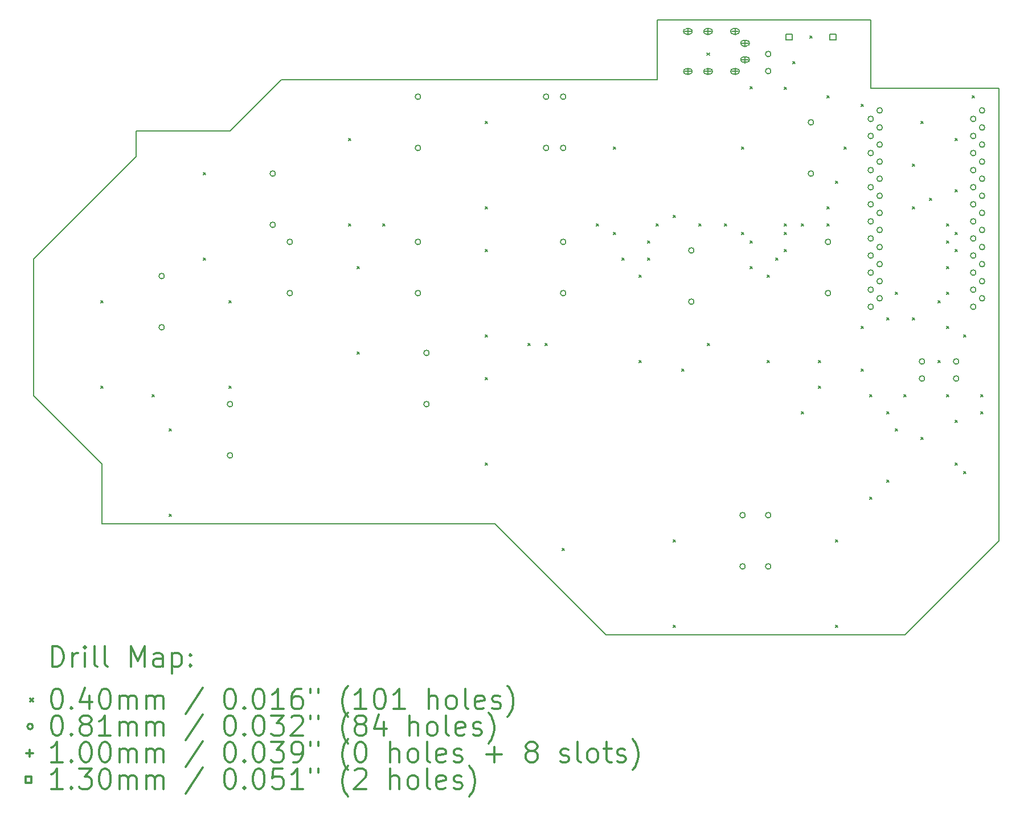
<source format=gbr>
%FSLAX45Y45*%
G04 Gerber Fmt 4.5, Leading zero omitted, Abs format (unit mm)*
G04 Created by KiCad (PCBNEW 5.0.0+dfsg1-2~bpo9+1) date Sat Sep 29 22:12:24 2018*
%MOMM*%
%LPD*%
G01*
G04 APERTURE LIST*
%ADD10C,0.150000*%
%ADD11C,0.200000*%
%ADD12C,0.300000*%
G04 APERTURE END LIST*
D10*
X20955000Y-14859000D02*
X22352000Y-13462000D01*
X16510000Y-14859000D02*
X14859000Y-13208000D01*
X10922000Y-7366000D02*
X11684000Y-6604000D01*
X9525000Y-7366000D02*
X10922000Y-7366000D01*
X9017000Y-12319000D02*
X9017000Y-13208000D01*
X8001000Y-11303000D02*
X9017000Y-12319000D01*
X9525000Y-7747000D02*
X9525000Y-7366000D01*
X8001000Y-9271000D02*
X9525000Y-7747000D01*
X9017000Y-13208000D02*
X14859000Y-13208000D01*
X20955000Y-14859000D02*
X16510000Y-14859000D01*
D11*
X20447000Y-6731000D02*
X22352000Y-6731000D01*
X20447000Y-5715000D02*
X20447000Y-6731000D01*
X17272000Y-5715000D02*
X20447000Y-5715000D01*
X17272000Y-6604000D02*
X17272000Y-5715000D01*
X11684000Y-6604000D02*
X17272000Y-6604000D01*
X8001000Y-11303000D02*
X8001000Y-9271000D01*
X22352000Y-6731000D02*
X22352000Y-13462000D01*
D11*
X8997000Y-9886000D02*
X9037000Y-9926000D01*
X9037000Y-9886000D02*
X8997000Y-9926000D01*
X8997000Y-11156000D02*
X9037000Y-11196000D01*
X9037000Y-11156000D02*
X8997000Y-11196000D01*
X9759000Y-11283000D02*
X9799000Y-11323000D01*
X9799000Y-11283000D02*
X9759000Y-11323000D01*
X10013000Y-11791000D02*
X10053000Y-11831000D01*
X10053000Y-11791000D02*
X10013000Y-11831000D01*
X10013000Y-13061000D02*
X10053000Y-13101000D01*
X10053000Y-13061000D02*
X10013000Y-13101000D01*
X10521000Y-7981000D02*
X10561000Y-8021000D01*
X10561000Y-7981000D02*
X10521000Y-8021000D01*
X10521000Y-9251000D02*
X10561000Y-9291000D01*
X10561000Y-9251000D02*
X10521000Y-9291000D01*
X10902000Y-9886000D02*
X10942000Y-9926000D01*
X10942000Y-9886000D02*
X10902000Y-9926000D01*
X10902000Y-11156000D02*
X10942000Y-11196000D01*
X10942000Y-11156000D02*
X10902000Y-11196000D01*
X12680000Y-7473000D02*
X12720000Y-7513000D01*
X12720000Y-7473000D02*
X12680000Y-7513000D01*
X12680000Y-8743000D02*
X12720000Y-8783000D01*
X12720000Y-8743000D02*
X12680000Y-8783000D01*
X12807000Y-9378000D02*
X12847000Y-9418000D01*
X12847000Y-9378000D02*
X12807000Y-9418000D01*
X12807000Y-10648000D02*
X12847000Y-10688000D01*
X12847000Y-10648000D02*
X12807000Y-10688000D01*
X13188000Y-8743000D02*
X13228000Y-8783000D01*
X13228000Y-8743000D02*
X13188000Y-8783000D01*
X14712000Y-7219000D02*
X14752000Y-7259000D01*
X14752000Y-7219000D02*
X14712000Y-7259000D01*
X14712000Y-8489000D02*
X14752000Y-8529000D01*
X14752000Y-8489000D02*
X14712000Y-8529000D01*
X14712000Y-9124000D02*
X14752000Y-9164000D01*
X14752000Y-9124000D02*
X14712000Y-9164000D01*
X14712000Y-10394000D02*
X14752000Y-10434000D01*
X14752000Y-10394000D02*
X14712000Y-10434000D01*
X14712000Y-11029000D02*
X14752000Y-11069000D01*
X14752000Y-11029000D02*
X14712000Y-11069000D01*
X14712000Y-12299000D02*
X14752000Y-12339000D01*
X14752000Y-12299000D02*
X14712000Y-12339000D01*
X15347000Y-10521000D02*
X15387000Y-10561000D01*
X15387000Y-10521000D02*
X15347000Y-10561000D01*
X15601000Y-10521000D02*
X15641000Y-10561000D01*
X15641000Y-10521000D02*
X15601000Y-10561000D01*
X15855000Y-13569000D02*
X15895000Y-13609000D01*
X15895000Y-13569000D02*
X15855000Y-13609000D01*
X16363000Y-8743000D02*
X16403000Y-8783000D01*
X16403000Y-8743000D02*
X16363000Y-8783000D01*
X16617000Y-7600000D02*
X16657000Y-7640000D01*
X16657000Y-7600000D02*
X16617000Y-7640000D01*
X16617000Y-8870000D02*
X16657000Y-8910000D01*
X16657000Y-8870000D02*
X16617000Y-8910000D01*
X16744000Y-9251000D02*
X16784000Y-9291000D01*
X16784000Y-9251000D02*
X16744000Y-9291000D01*
X16998000Y-9505000D02*
X17038000Y-9545000D01*
X17038000Y-9505000D02*
X16998000Y-9545000D01*
X16998000Y-10775000D02*
X17038000Y-10815000D01*
X17038000Y-10775000D02*
X16998000Y-10815000D01*
X17125000Y-8997000D02*
X17165000Y-9037000D01*
X17165000Y-8997000D02*
X17125000Y-9037000D01*
X17125000Y-9251000D02*
X17165000Y-9291000D01*
X17165000Y-9251000D02*
X17125000Y-9291000D01*
X17252000Y-8743000D02*
X17292000Y-8783000D01*
X17292000Y-8743000D02*
X17252000Y-8783000D01*
X17506000Y-8616000D02*
X17546000Y-8656000D01*
X17546000Y-8616000D02*
X17506000Y-8656000D01*
X17506000Y-13442000D02*
X17546000Y-13482000D01*
X17546000Y-13442000D02*
X17506000Y-13482000D01*
X17506000Y-14712000D02*
X17546000Y-14752000D01*
X17546000Y-14712000D02*
X17506000Y-14752000D01*
X17633000Y-10902000D02*
X17673000Y-10942000D01*
X17673000Y-10902000D02*
X17633000Y-10942000D01*
X17887000Y-8743000D02*
X17927000Y-8783000D01*
X17927000Y-8743000D02*
X17887000Y-8783000D01*
X18009000Y-6203000D02*
X18049000Y-6243000D01*
X18049000Y-6203000D02*
X18009000Y-6243000D01*
X18014000Y-10521000D02*
X18054000Y-10561000D01*
X18054000Y-10521000D02*
X18014000Y-10561000D01*
X18268000Y-8743000D02*
X18308000Y-8783000D01*
X18308000Y-8743000D02*
X18268000Y-8783000D01*
X18522000Y-7600000D02*
X18562000Y-7640000D01*
X18562000Y-7600000D02*
X18522000Y-7640000D01*
X18522000Y-8870000D02*
X18562000Y-8910000D01*
X18562000Y-8870000D02*
X18522000Y-8910000D01*
X18649000Y-6703000D02*
X18689000Y-6743000D01*
X18689000Y-6703000D02*
X18649000Y-6743000D01*
X18649000Y-8997000D02*
X18689000Y-9037000D01*
X18689000Y-8997000D02*
X18649000Y-9037000D01*
X18649000Y-9378000D02*
X18689000Y-9418000D01*
X18689000Y-9378000D02*
X18649000Y-9418000D01*
X18903000Y-9505000D02*
X18943000Y-9545000D01*
X18943000Y-9505000D02*
X18903000Y-9545000D01*
X18903000Y-10775000D02*
X18943000Y-10815000D01*
X18943000Y-10775000D02*
X18903000Y-10815000D01*
X19030000Y-9251000D02*
X19070000Y-9291000D01*
X19070000Y-9251000D02*
X19030000Y-9291000D01*
X19157000Y-6711000D02*
X19197000Y-6751000D01*
X19197000Y-6711000D02*
X19157000Y-6751000D01*
X19157000Y-8743000D02*
X19197000Y-8783000D01*
X19197000Y-8743000D02*
X19157000Y-8783000D01*
X19157000Y-8870000D02*
X19197000Y-8910000D01*
X19197000Y-8870000D02*
X19157000Y-8910000D01*
X19157000Y-9124000D02*
X19197000Y-9164000D01*
X19197000Y-9124000D02*
X19157000Y-9164000D01*
X19284000Y-6330000D02*
X19324000Y-6370000D01*
X19324000Y-6330000D02*
X19284000Y-6370000D01*
X19411000Y-8743000D02*
X19451000Y-8783000D01*
X19451000Y-8743000D02*
X19411000Y-8783000D01*
X19411000Y-11537000D02*
X19451000Y-11577000D01*
X19451000Y-11537000D02*
X19411000Y-11577000D01*
X19538000Y-5949000D02*
X19578000Y-5989000D01*
X19578000Y-5949000D02*
X19538000Y-5989000D01*
X19665000Y-10775000D02*
X19705000Y-10815000D01*
X19705000Y-10775000D02*
X19665000Y-10815000D01*
X19665000Y-11156000D02*
X19705000Y-11196000D01*
X19705000Y-11156000D02*
X19665000Y-11196000D01*
X19792000Y-6838000D02*
X19832000Y-6878000D01*
X19832000Y-6838000D02*
X19792000Y-6878000D01*
X19792000Y-8489000D02*
X19832000Y-8529000D01*
X19832000Y-8489000D02*
X19792000Y-8529000D01*
X19792000Y-8743000D02*
X19832000Y-8783000D01*
X19832000Y-8743000D02*
X19792000Y-8783000D01*
X19919000Y-8108000D02*
X19959000Y-8148000D01*
X19959000Y-8108000D02*
X19919000Y-8148000D01*
X19919000Y-13442000D02*
X19959000Y-13482000D01*
X19959000Y-13442000D02*
X19919000Y-13482000D01*
X19919000Y-14712000D02*
X19959000Y-14752000D01*
X19959000Y-14712000D02*
X19919000Y-14752000D01*
X20046000Y-7600000D02*
X20086000Y-7640000D01*
X20086000Y-7600000D02*
X20046000Y-7640000D01*
X20300000Y-6965000D02*
X20340000Y-7005000D01*
X20340000Y-6965000D02*
X20300000Y-7005000D01*
X20300000Y-10267000D02*
X20340000Y-10307000D01*
X20340000Y-10267000D02*
X20300000Y-10307000D01*
X20300000Y-10902000D02*
X20340000Y-10942000D01*
X20340000Y-10902000D02*
X20300000Y-10942000D01*
X20427000Y-11283000D02*
X20467000Y-11323000D01*
X20467000Y-11283000D02*
X20427000Y-11323000D01*
X20427000Y-12807000D02*
X20467000Y-12847000D01*
X20467000Y-12807000D02*
X20427000Y-12847000D01*
X20681000Y-10140000D02*
X20721000Y-10180000D01*
X20721000Y-10140000D02*
X20681000Y-10180000D01*
X20681000Y-11537000D02*
X20721000Y-11577000D01*
X20721000Y-11537000D02*
X20681000Y-11577000D01*
X20681000Y-12553000D02*
X20721000Y-12593000D01*
X20721000Y-12553000D02*
X20681000Y-12593000D01*
X20808000Y-9759000D02*
X20848000Y-9799000D01*
X20848000Y-9759000D02*
X20808000Y-9799000D01*
X20808000Y-11791000D02*
X20848000Y-11831000D01*
X20848000Y-11791000D02*
X20808000Y-11831000D01*
X20935000Y-11283000D02*
X20975000Y-11323000D01*
X20975000Y-11283000D02*
X20935000Y-11323000D01*
X21062000Y-7854000D02*
X21102000Y-7894000D01*
X21102000Y-7854000D02*
X21062000Y-7894000D01*
X21062000Y-8489000D02*
X21102000Y-8529000D01*
X21102000Y-8489000D02*
X21062000Y-8529000D01*
X21062000Y-10140000D02*
X21102000Y-10180000D01*
X21102000Y-10140000D02*
X21062000Y-10180000D01*
X21189000Y-7219000D02*
X21229000Y-7259000D01*
X21229000Y-7219000D02*
X21189000Y-7259000D01*
X21189000Y-11918000D02*
X21229000Y-11958000D01*
X21229000Y-11918000D02*
X21189000Y-11958000D01*
X21316000Y-8362000D02*
X21356000Y-8402000D01*
X21356000Y-8362000D02*
X21316000Y-8402000D01*
X21443000Y-9886000D02*
X21483000Y-9926000D01*
X21483000Y-9886000D02*
X21443000Y-9926000D01*
X21443000Y-10775000D02*
X21483000Y-10815000D01*
X21483000Y-10775000D02*
X21443000Y-10815000D01*
X21570000Y-8743000D02*
X21610000Y-8783000D01*
X21610000Y-8743000D02*
X21570000Y-8783000D01*
X21570000Y-8997000D02*
X21610000Y-9037000D01*
X21610000Y-8997000D02*
X21570000Y-9037000D01*
X21570000Y-9378000D02*
X21610000Y-9418000D01*
X21610000Y-9378000D02*
X21570000Y-9418000D01*
X21570000Y-9759000D02*
X21610000Y-9799000D01*
X21610000Y-9759000D02*
X21570000Y-9799000D01*
X21570000Y-10267000D02*
X21610000Y-10307000D01*
X21610000Y-10267000D02*
X21570000Y-10307000D01*
X21570000Y-11283000D02*
X21610000Y-11323000D01*
X21610000Y-11283000D02*
X21570000Y-11323000D01*
X21697000Y-7473000D02*
X21737000Y-7513000D01*
X21737000Y-7473000D02*
X21697000Y-7513000D01*
X21697000Y-8235000D02*
X21737000Y-8275000D01*
X21737000Y-8235000D02*
X21697000Y-8275000D01*
X21697000Y-8870000D02*
X21737000Y-8910000D01*
X21737000Y-8870000D02*
X21697000Y-8910000D01*
X21697000Y-9124000D02*
X21737000Y-9164000D01*
X21737000Y-9124000D02*
X21697000Y-9164000D01*
X21697000Y-11664000D02*
X21737000Y-11704000D01*
X21737000Y-11664000D02*
X21697000Y-11704000D01*
X21697000Y-12299000D02*
X21737000Y-12339000D01*
X21737000Y-12299000D02*
X21697000Y-12339000D01*
X21824000Y-10394000D02*
X21864000Y-10434000D01*
X21864000Y-10394000D02*
X21824000Y-10434000D01*
X21824000Y-12426000D02*
X21864000Y-12466000D01*
X21864000Y-12426000D02*
X21824000Y-12466000D01*
X21951000Y-6838000D02*
X21991000Y-6878000D01*
X21991000Y-6838000D02*
X21951000Y-6878000D01*
X22078000Y-11283000D02*
X22118000Y-11323000D01*
X22118000Y-11283000D02*
X22078000Y-11323000D01*
X22078000Y-11537000D02*
X22118000Y-11577000D01*
X22118000Y-11537000D02*
X22078000Y-11577000D01*
X18963640Y-6223000D02*
G75*
G03X18963640Y-6223000I-40640J0D01*
G01*
X17820640Y-9144000D02*
G75*
G03X17820640Y-9144000I-40640J0D01*
G01*
X17820640Y-9906000D02*
G75*
G03X17820640Y-9906000I-40640J0D01*
G01*
X13756640Y-9017000D02*
G75*
G03X13756640Y-9017000I-40640J0D01*
G01*
X13756640Y-9779000D02*
G75*
G03X13756640Y-9779000I-40640J0D01*
G01*
X18582640Y-13081000D02*
G75*
G03X18582640Y-13081000I-40640J0D01*
G01*
X18582640Y-13843000D02*
G75*
G03X18582640Y-13843000I-40640J0D01*
G01*
X13756640Y-6858000D02*
G75*
G03X13756640Y-6858000I-40640J0D01*
G01*
X13756640Y-7620000D02*
G75*
G03X13756640Y-7620000I-40640J0D01*
G01*
X21249640Y-11049000D02*
G75*
G03X21249640Y-11049000I-40640J0D01*
G01*
X21757640Y-11049000D02*
G75*
G03X21757640Y-11049000I-40640J0D01*
G01*
X19852640Y-9017000D02*
G75*
G03X19852640Y-9017000I-40640J0D01*
G01*
X19852640Y-9779000D02*
G75*
G03X19852640Y-9779000I-40640J0D01*
G01*
X11851640Y-9017000D02*
G75*
G03X11851640Y-9017000I-40640J0D01*
G01*
X11851640Y-9779000D02*
G75*
G03X11851640Y-9779000I-40640J0D01*
G01*
X18963640Y-6477000D02*
G75*
G03X18963640Y-6477000I-40640J0D01*
G01*
X20487640Y-7188200D02*
G75*
G03X20487640Y-7188200I-40640J0D01*
G01*
X20487640Y-7442200D02*
G75*
G03X20487640Y-7442200I-40640J0D01*
G01*
X20487640Y-7696200D02*
G75*
G03X20487640Y-7696200I-40640J0D01*
G01*
X20487640Y-7950200D02*
G75*
G03X20487640Y-7950200I-40640J0D01*
G01*
X20487640Y-8204200D02*
G75*
G03X20487640Y-8204200I-40640J0D01*
G01*
X20487640Y-8458200D02*
G75*
G03X20487640Y-8458200I-40640J0D01*
G01*
X20487640Y-8712200D02*
G75*
G03X20487640Y-8712200I-40640J0D01*
G01*
X20487640Y-8966200D02*
G75*
G03X20487640Y-8966200I-40640J0D01*
G01*
X20487640Y-9220200D02*
G75*
G03X20487640Y-9220200I-40640J0D01*
G01*
X20487640Y-9474200D02*
G75*
G03X20487640Y-9474200I-40640J0D01*
G01*
X20487640Y-9728200D02*
G75*
G03X20487640Y-9728200I-40640J0D01*
G01*
X20487640Y-9982200D02*
G75*
G03X20487640Y-9982200I-40640J0D01*
G01*
X20620280Y-7061200D02*
G75*
G03X20620280Y-7061200I-40640J0D01*
G01*
X20620280Y-7315200D02*
G75*
G03X20620280Y-7315200I-40640J0D01*
G01*
X20620280Y-7569200D02*
G75*
G03X20620280Y-7569200I-40640J0D01*
G01*
X20620280Y-7823200D02*
G75*
G03X20620280Y-7823200I-40640J0D01*
G01*
X20620280Y-8077200D02*
G75*
G03X20620280Y-8077200I-40640J0D01*
G01*
X20620280Y-8331200D02*
G75*
G03X20620280Y-8331200I-40640J0D01*
G01*
X20620280Y-8585200D02*
G75*
G03X20620280Y-8585200I-40640J0D01*
G01*
X20620280Y-8839200D02*
G75*
G03X20620280Y-8839200I-40640J0D01*
G01*
X20620280Y-9093200D02*
G75*
G03X20620280Y-9093200I-40640J0D01*
G01*
X20620280Y-9347200D02*
G75*
G03X20620280Y-9347200I-40640J0D01*
G01*
X20620280Y-9601200D02*
G75*
G03X20620280Y-9601200I-40640J0D01*
G01*
X20620280Y-9855200D02*
G75*
G03X20620280Y-9855200I-40640J0D01*
G01*
X22011640Y-7188200D02*
G75*
G03X22011640Y-7188200I-40640J0D01*
G01*
X22011640Y-7442200D02*
G75*
G03X22011640Y-7442200I-40640J0D01*
G01*
X22011640Y-7696200D02*
G75*
G03X22011640Y-7696200I-40640J0D01*
G01*
X22011640Y-7950200D02*
G75*
G03X22011640Y-7950200I-40640J0D01*
G01*
X22011640Y-8204200D02*
G75*
G03X22011640Y-8204200I-40640J0D01*
G01*
X22011640Y-8458200D02*
G75*
G03X22011640Y-8458200I-40640J0D01*
G01*
X22011640Y-8712200D02*
G75*
G03X22011640Y-8712200I-40640J0D01*
G01*
X22011640Y-8966200D02*
G75*
G03X22011640Y-8966200I-40640J0D01*
G01*
X22011640Y-9220200D02*
G75*
G03X22011640Y-9220200I-40640J0D01*
G01*
X22011640Y-9474200D02*
G75*
G03X22011640Y-9474200I-40640J0D01*
G01*
X22011640Y-9728200D02*
G75*
G03X22011640Y-9728200I-40640J0D01*
G01*
X22011640Y-9982200D02*
G75*
G03X22011640Y-9982200I-40640J0D01*
G01*
X22142280Y-7061200D02*
G75*
G03X22142280Y-7061200I-40640J0D01*
G01*
X22142280Y-7315200D02*
G75*
G03X22142280Y-7315200I-40640J0D01*
G01*
X22142280Y-7569200D02*
G75*
G03X22142280Y-7569200I-40640J0D01*
G01*
X22142280Y-7823200D02*
G75*
G03X22142280Y-7823200I-40640J0D01*
G01*
X22142280Y-8077200D02*
G75*
G03X22142280Y-8077200I-40640J0D01*
G01*
X22142280Y-8331200D02*
G75*
G03X22142280Y-8331200I-40640J0D01*
G01*
X22142280Y-8585200D02*
G75*
G03X22142280Y-8585200I-40640J0D01*
G01*
X22142280Y-8839200D02*
G75*
G03X22142280Y-8839200I-40640J0D01*
G01*
X22142280Y-9093200D02*
G75*
G03X22142280Y-9093200I-40640J0D01*
G01*
X22142280Y-9347200D02*
G75*
G03X22142280Y-9347200I-40640J0D01*
G01*
X22142280Y-9601200D02*
G75*
G03X22142280Y-9601200I-40640J0D01*
G01*
X22142280Y-9855200D02*
G75*
G03X22142280Y-9855200I-40640J0D01*
G01*
X10962640Y-11430000D02*
G75*
G03X10962640Y-11430000I-40640J0D01*
G01*
X10962640Y-12192000D02*
G75*
G03X10962640Y-12192000I-40640J0D01*
G01*
X19598640Y-7239000D02*
G75*
G03X19598640Y-7239000I-40640J0D01*
G01*
X19598640Y-8001000D02*
G75*
G03X19598640Y-8001000I-40640J0D01*
G01*
X9946640Y-9525000D02*
G75*
G03X9946640Y-9525000I-40640J0D01*
G01*
X9946640Y-10287000D02*
G75*
G03X9946640Y-10287000I-40640J0D01*
G01*
X15661640Y-6858000D02*
G75*
G03X15661640Y-6858000I-40640J0D01*
G01*
X15661640Y-7620000D02*
G75*
G03X15661640Y-7620000I-40640J0D01*
G01*
X15915640Y-6858000D02*
G75*
G03X15915640Y-6858000I-40640J0D01*
G01*
X15915640Y-7620000D02*
G75*
G03X15915640Y-7620000I-40640J0D01*
G01*
X13883640Y-10668000D02*
G75*
G03X13883640Y-10668000I-40640J0D01*
G01*
X13883640Y-11430000D02*
G75*
G03X13883640Y-11430000I-40640J0D01*
G01*
X18963640Y-13081000D02*
G75*
G03X18963640Y-13081000I-40640J0D01*
G01*
X18963640Y-13843000D02*
G75*
G03X18963640Y-13843000I-40640J0D01*
G01*
X15915640Y-9017000D02*
G75*
G03X15915640Y-9017000I-40640J0D01*
G01*
X15915640Y-9779000D02*
G75*
G03X15915640Y-9779000I-40640J0D01*
G01*
X11597640Y-8001000D02*
G75*
G03X11597640Y-8001000I-40640J0D01*
G01*
X11597640Y-8763000D02*
G75*
G03X11597640Y-8763000I-40640J0D01*
G01*
X21249640Y-10795000D02*
G75*
G03X21249640Y-10795000I-40640J0D01*
G01*
X21757640Y-10795000D02*
G75*
G03X21757640Y-10795000I-40640J0D01*
G01*
X17729000Y-5836000D02*
X17729000Y-5936000D01*
X17679000Y-5886000D02*
X17779000Y-5886000D01*
X17704000Y-5926000D02*
X17754000Y-5926000D01*
X17704000Y-5846000D02*
X17754000Y-5846000D01*
X17754000Y-5926000D02*
G75*
G03X17754000Y-5846000I0J40000D01*
G01*
X17704000Y-5846000D02*
G75*
G03X17704000Y-5926000I0J-40000D01*
G01*
X17729000Y-6431000D02*
X17729000Y-6531000D01*
X17679000Y-6481000D02*
X17779000Y-6481000D01*
X17704000Y-6521000D02*
X17754000Y-6521000D01*
X17704000Y-6441000D02*
X17754000Y-6441000D01*
X17754000Y-6521000D02*
G75*
G03X17754000Y-6441000I0J40000D01*
G01*
X17704000Y-6441000D02*
G75*
G03X17704000Y-6521000I0J-40000D01*
G01*
X18029000Y-5836000D02*
X18029000Y-5936000D01*
X17979000Y-5886000D02*
X18079000Y-5886000D01*
X18004000Y-5926000D02*
X18054000Y-5926000D01*
X18004000Y-5846000D02*
X18054000Y-5846000D01*
X18054000Y-5926000D02*
G75*
G03X18054000Y-5846000I0J40000D01*
G01*
X18004000Y-5846000D02*
G75*
G03X18004000Y-5926000I0J-40000D01*
G01*
X18029000Y-6431000D02*
X18029000Y-6531000D01*
X17979000Y-6481000D02*
X18079000Y-6481000D01*
X18004000Y-6521000D02*
X18054000Y-6521000D01*
X18004000Y-6441000D02*
X18054000Y-6441000D01*
X18054000Y-6521000D02*
G75*
G03X18054000Y-6441000I0J40000D01*
G01*
X18004000Y-6441000D02*
G75*
G03X18004000Y-6521000I0J-40000D01*
G01*
X18429000Y-5836000D02*
X18429000Y-5936000D01*
X18379000Y-5886000D02*
X18479000Y-5886000D01*
X18404000Y-5926000D02*
X18454000Y-5926000D01*
X18404000Y-5846000D02*
X18454000Y-5846000D01*
X18454000Y-5926000D02*
G75*
G03X18454000Y-5846000I0J40000D01*
G01*
X18404000Y-5846000D02*
G75*
G03X18404000Y-5926000I0J-40000D01*
G01*
X18429000Y-6431000D02*
X18429000Y-6531000D01*
X18379000Y-6481000D02*
X18479000Y-6481000D01*
X18404000Y-6521000D02*
X18454000Y-6521000D01*
X18404000Y-6441000D02*
X18454000Y-6441000D01*
X18454000Y-6521000D02*
G75*
G03X18454000Y-6441000I0J40000D01*
G01*
X18404000Y-6441000D02*
G75*
G03X18404000Y-6521000I0J-40000D01*
G01*
X18579000Y-6011000D02*
X18579000Y-6111000D01*
X18529000Y-6061000D02*
X18629000Y-6061000D01*
X18554000Y-6101000D02*
X18604000Y-6101000D01*
X18554000Y-6021000D02*
X18604000Y-6021000D01*
X18604000Y-6101000D02*
G75*
G03X18604000Y-6021000I0J40000D01*
G01*
X18554000Y-6021000D02*
G75*
G03X18554000Y-6101000I0J-40000D01*
G01*
X18579000Y-6256000D02*
X18579000Y-6356000D01*
X18529000Y-6306000D02*
X18629000Y-6306000D01*
X18554000Y-6346000D02*
X18604000Y-6346000D01*
X18554000Y-6266000D02*
X18604000Y-6266000D01*
X18604000Y-6346000D02*
G75*
G03X18604000Y-6266000I0J40000D01*
G01*
X18554000Y-6266000D02*
G75*
G03X18554000Y-6346000I0J-40000D01*
G01*
X19278962Y-6014962D02*
X19278962Y-5923038D01*
X19187038Y-5923038D01*
X19187038Y-6014962D01*
X19278962Y-6014962D01*
X19928962Y-6014962D02*
X19928962Y-5923038D01*
X19837038Y-5923038D01*
X19837038Y-6014962D01*
X19928962Y-6014962D01*
D12*
X8277428Y-15332214D02*
X8277428Y-15032214D01*
X8348857Y-15032214D01*
X8391714Y-15046500D01*
X8420286Y-15075071D01*
X8434571Y-15103643D01*
X8448857Y-15160786D01*
X8448857Y-15203643D01*
X8434571Y-15260786D01*
X8420286Y-15289357D01*
X8391714Y-15317929D01*
X8348857Y-15332214D01*
X8277428Y-15332214D01*
X8577428Y-15332214D02*
X8577428Y-15132214D01*
X8577428Y-15189357D02*
X8591714Y-15160786D01*
X8606000Y-15146500D01*
X8634571Y-15132214D01*
X8663143Y-15132214D01*
X8763143Y-15332214D02*
X8763143Y-15132214D01*
X8763143Y-15032214D02*
X8748857Y-15046500D01*
X8763143Y-15060786D01*
X8777428Y-15046500D01*
X8763143Y-15032214D01*
X8763143Y-15060786D01*
X8948857Y-15332214D02*
X8920286Y-15317929D01*
X8906000Y-15289357D01*
X8906000Y-15032214D01*
X9106000Y-15332214D02*
X9077428Y-15317929D01*
X9063143Y-15289357D01*
X9063143Y-15032214D01*
X9448857Y-15332214D02*
X9448857Y-15032214D01*
X9548857Y-15246500D01*
X9648857Y-15032214D01*
X9648857Y-15332214D01*
X9920286Y-15332214D02*
X9920286Y-15175071D01*
X9906000Y-15146500D01*
X9877428Y-15132214D01*
X9820286Y-15132214D01*
X9791714Y-15146500D01*
X9920286Y-15317929D02*
X9891714Y-15332214D01*
X9820286Y-15332214D01*
X9791714Y-15317929D01*
X9777428Y-15289357D01*
X9777428Y-15260786D01*
X9791714Y-15232214D01*
X9820286Y-15217929D01*
X9891714Y-15217929D01*
X9920286Y-15203643D01*
X10063143Y-15132214D02*
X10063143Y-15432214D01*
X10063143Y-15146500D02*
X10091714Y-15132214D01*
X10148857Y-15132214D01*
X10177428Y-15146500D01*
X10191714Y-15160786D01*
X10206000Y-15189357D01*
X10206000Y-15275071D01*
X10191714Y-15303643D01*
X10177428Y-15317929D01*
X10148857Y-15332214D01*
X10091714Y-15332214D01*
X10063143Y-15317929D01*
X10334571Y-15303643D02*
X10348857Y-15317929D01*
X10334571Y-15332214D01*
X10320286Y-15317929D01*
X10334571Y-15303643D01*
X10334571Y-15332214D01*
X10334571Y-15146500D02*
X10348857Y-15160786D01*
X10334571Y-15175071D01*
X10320286Y-15160786D01*
X10334571Y-15146500D01*
X10334571Y-15175071D01*
X7951000Y-15806500D02*
X7991000Y-15846500D01*
X7991000Y-15806500D02*
X7951000Y-15846500D01*
X8334571Y-15662214D02*
X8363143Y-15662214D01*
X8391714Y-15676500D01*
X8406000Y-15690786D01*
X8420286Y-15719357D01*
X8434571Y-15776500D01*
X8434571Y-15847929D01*
X8420286Y-15905071D01*
X8406000Y-15933643D01*
X8391714Y-15947929D01*
X8363143Y-15962214D01*
X8334571Y-15962214D01*
X8306000Y-15947929D01*
X8291714Y-15933643D01*
X8277428Y-15905071D01*
X8263143Y-15847929D01*
X8263143Y-15776500D01*
X8277428Y-15719357D01*
X8291714Y-15690786D01*
X8306000Y-15676500D01*
X8334571Y-15662214D01*
X8563143Y-15933643D02*
X8577428Y-15947929D01*
X8563143Y-15962214D01*
X8548857Y-15947929D01*
X8563143Y-15933643D01*
X8563143Y-15962214D01*
X8834571Y-15762214D02*
X8834571Y-15962214D01*
X8763143Y-15647929D02*
X8691714Y-15862214D01*
X8877428Y-15862214D01*
X9048857Y-15662214D02*
X9077428Y-15662214D01*
X9106000Y-15676500D01*
X9120286Y-15690786D01*
X9134571Y-15719357D01*
X9148857Y-15776500D01*
X9148857Y-15847929D01*
X9134571Y-15905071D01*
X9120286Y-15933643D01*
X9106000Y-15947929D01*
X9077428Y-15962214D01*
X9048857Y-15962214D01*
X9020286Y-15947929D01*
X9006000Y-15933643D01*
X8991714Y-15905071D01*
X8977428Y-15847929D01*
X8977428Y-15776500D01*
X8991714Y-15719357D01*
X9006000Y-15690786D01*
X9020286Y-15676500D01*
X9048857Y-15662214D01*
X9277428Y-15962214D02*
X9277428Y-15762214D01*
X9277428Y-15790786D02*
X9291714Y-15776500D01*
X9320286Y-15762214D01*
X9363143Y-15762214D01*
X9391714Y-15776500D01*
X9406000Y-15805071D01*
X9406000Y-15962214D01*
X9406000Y-15805071D02*
X9420286Y-15776500D01*
X9448857Y-15762214D01*
X9491714Y-15762214D01*
X9520286Y-15776500D01*
X9534571Y-15805071D01*
X9534571Y-15962214D01*
X9677428Y-15962214D02*
X9677428Y-15762214D01*
X9677428Y-15790786D02*
X9691714Y-15776500D01*
X9720286Y-15762214D01*
X9763143Y-15762214D01*
X9791714Y-15776500D01*
X9806000Y-15805071D01*
X9806000Y-15962214D01*
X9806000Y-15805071D02*
X9820286Y-15776500D01*
X9848857Y-15762214D01*
X9891714Y-15762214D01*
X9920286Y-15776500D01*
X9934571Y-15805071D01*
X9934571Y-15962214D01*
X10520286Y-15647929D02*
X10263143Y-16033643D01*
X10906000Y-15662214D02*
X10934571Y-15662214D01*
X10963143Y-15676500D01*
X10977428Y-15690786D01*
X10991714Y-15719357D01*
X11006000Y-15776500D01*
X11006000Y-15847929D01*
X10991714Y-15905071D01*
X10977428Y-15933643D01*
X10963143Y-15947929D01*
X10934571Y-15962214D01*
X10906000Y-15962214D01*
X10877428Y-15947929D01*
X10863143Y-15933643D01*
X10848857Y-15905071D01*
X10834571Y-15847929D01*
X10834571Y-15776500D01*
X10848857Y-15719357D01*
X10863143Y-15690786D01*
X10877428Y-15676500D01*
X10906000Y-15662214D01*
X11134571Y-15933643D02*
X11148857Y-15947929D01*
X11134571Y-15962214D01*
X11120286Y-15947929D01*
X11134571Y-15933643D01*
X11134571Y-15962214D01*
X11334571Y-15662214D02*
X11363143Y-15662214D01*
X11391714Y-15676500D01*
X11406000Y-15690786D01*
X11420286Y-15719357D01*
X11434571Y-15776500D01*
X11434571Y-15847929D01*
X11420286Y-15905071D01*
X11406000Y-15933643D01*
X11391714Y-15947929D01*
X11363143Y-15962214D01*
X11334571Y-15962214D01*
X11306000Y-15947929D01*
X11291714Y-15933643D01*
X11277428Y-15905071D01*
X11263143Y-15847929D01*
X11263143Y-15776500D01*
X11277428Y-15719357D01*
X11291714Y-15690786D01*
X11306000Y-15676500D01*
X11334571Y-15662214D01*
X11720286Y-15962214D02*
X11548857Y-15962214D01*
X11634571Y-15962214D02*
X11634571Y-15662214D01*
X11606000Y-15705071D01*
X11577428Y-15733643D01*
X11548857Y-15747929D01*
X11977428Y-15662214D02*
X11920286Y-15662214D01*
X11891714Y-15676500D01*
X11877428Y-15690786D01*
X11848857Y-15733643D01*
X11834571Y-15790786D01*
X11834571Y-15905071D01*
X11848857Y-15933643D01*
X11863143Y-15947929D01*
X11891714Y-15962214D01*
X11948857Y-15962214D01*
X11977428Y-15947929D01*
X11991714Y-15933643D01*
X12006000Y-15905071D01*
X12006000Y-15833643D01*
X11991714Y-15805071D01*
X11977428Y-15790786D01*
X11948857Y-15776500D01*
X11891714Y-15776500D01*
X11863143Y-15790786D01*
X11848857Y-15805071D01*
X11834571Y-15833643D01*
X12120286Y-15662214D02*
X12120286Y-15719357D01*
X12234571Y-15662214D02*
X12234571Y-15719357D01*
X12677428Y-16076500D02*
X12663143Y-16062214D01*
X12634571Y-16019357D01*
X12620286Y-15990786D01*
X12606000Y-15947929D01*
X12591714Y-15876500D01*
X12591714Y-15819357D01*
X12606000Y-15747929D01*
X12620286Y-15705071D01*
X12634571Y-15676500D01*
X12663143Y-15633643D01*
X12677428Y-15619357D01*
X12948857Y-15962214D02*
X12777428Y-15962214D01*
X12863143Y-15962214D02*
X12863143Y-15662214D01*
X12834571Y-15705071D01*
X12806000Y-15733643D01*
X12777428Y-15747929D01*
X13134571Y-15662214D02*
X13163143Y-15662214D01*
X13191714Y-15676500D01*
X13206000Y-15690786D01*
X13220286Y-15719357D01*
X13234571Y-15776500D01*
X13234571Y-15847929D01*
X13220286Y-15905071D01*
X13206000Y-15933643D01*
X13191714Y-15947929D01*
X13163143Y-15962214D01*
X13134571Y-15962214D01*
X13106000Y-15947929D01*
X13091714Y-15933643D01*
X13077428Y-15905071D01*
X13063143Y-15847929D01*
X13063143Y-15776500D01*
X13077428Y-15719357D01*
X13091714Y-15690786D01*
X13106000Y-15676500D01*
X13134571Y-15662214D01*
X13520286Y-15962214D02*
X13348857Y-15962214D01*
X13434571Y-15962214D02*
X13434571Y-15662214D01*
X13406000Y-15705071D01*
X13377428Y-15733643D01*
X13348857Y-15747929D01*
X13877428Y-15962214D02*
X13877428Y-15662214D01*
X14006000Y-15962214D02*
X14006000Y-15805071D01*
X13991714Y-15776500D01*
X13963143Y-15762214D01*
X13920286Y-15762214D01*
X13891714Y-15776500D01*
X13877428Y-15790786D01*
X14191714Y-15962214D02*
X14163143Y-15947929D01*
X14148857Y-15933643D01*
X14134571Y-15905071D01*
X14134571Y-15819357D01*
X14148857Y-15790786D01*
X14163143Y-15776500D01*
X14191714Y-15762214D01*
X14234571Y-15762214D01*
X14263143Y-15776500D01*
X14277428Y-15790786D01*
X14291714Y-15819357D01*
X14291714Y-15905071D01*
X14277428Y-15933643D01*
X14263143Y-15947929D01*
X14234571Y-15962214D01*
X14191714Y-15962214D01*
X14463143Y-15962214D02*
X14434571Y-15947929D01*
X14420286Y-15919357D01*
X14420286Y-15662214D01*
X14691714Y-15947929D02*
X14663143Y-15962214D01*
X14606000Y-15962214D01*
X14577428Y-15947929D01*
X14563143Y-15919357D01*
X14563143Y-15805071D01*
X14577428Y-15776500D01*
X14606000Y-15762214D01*
X14663143Y-15762214D01*
X14691714Y-15776500D01*
X14706000Y-15805071D01*
X14706000Y-15833643D01*
X14563143Y-15862214D01*
X14820286Y-15947929D02*
X14848857Y-15962214D01*
X14906000Y-15962214D01*
X14934571Y-15947929D01*
X14948857Y-15919357D01*
X14948857Y-15905071D01*
X14934571Y-15876500D01*
X14906000Y-15862214D01*
X14863143Y-15862214D01*
X14834571Y-15847929D01*
X14820286Y-15819357D01*
X14820286Y-15805071D01*
X14834571Y-15776500D01*
X14863143Y-15762214D01*
X14906000Y-15762214D01*
X14934571Y-15776500D01*
X15048857Y-16076500D02*
X15063143Y-16062214D01*
X15091714Y-16019357D01*
X15106000Y-15990786D01*
X15120286Y-15947929D01*
X15134571Y-15876500D01*
X15134571Y-15819357D01*
X15120286Y-15747929D01*
X15106000Y-15705071D01*
X15091714Y-15676500D01*
X15063143Y-15633643D01*
X15048857Y-15619357D01*
X7991000Y-16222500D02*
G75*
G03X7991000Y-16222500I-40640J0D01*
G01*
X8334571Y-16058214D02*
X8363143Y-16058214D01*
X8391714Y-16072500D01*
X8406000Y-16086786D01*
X8420286Y-16115357D01*
X8434571Y-16172500D01*
X8434571Y-16243929D01*
X8420286Y-16301071D01*
X8406000Y-16329643D01*
X8391714Y-16343929D01*
X8363143Y-16358214D01*
X8334571Y-16358214D01*
X8306000Y-16343929D01*
X8291714Y-16329643D01*
X8277428Y-16301071D01*
X8263143Y-16243929D01*
X8263143Y-16172500D01*
X8277428Y-16115357D01*
X8291714Y-16086786D01*
X8306000Y-16072500D01*
X8334571Y-16058214D01*
X8563143Y-16329643D02*
X8577428Y-16343929D01*
X8563143Y-16358214D01*
X8548857Y-16343929D01*
X8563143Y-16329643D01*
X8563143Y-16358214D01*
X8748857Y-16186786D02*
X8720286Y-16172500D01*
X8706000Y-16158214D01*
X8691714Y-16129643D01*
X8691714Y-16115357D01*
X8706000Y-16086786D01*
X8720286Y-16072500D01*
X8748857Y-16058214D01*
X8806000Y-16058214D01*
X8834571Y-16072500D01*
X8848857Y-16086786D01*
X8863143Y-16115357D01*
X8863143Y-16129643D01*
X8848857Y-16158214D01*
X8834571Y-16172500D01*
X8806000Y-16186786D01*
X8748857Y-16186786D01*
X8720286Y-16201071D01*
X8706000Y-16215357D01*
X8691714Y-16243929D01*
X8691714Y-16301071D01*
X8706000Y-16329643D01*
X8720286Y-16343929D01*
X8748857Y-16358214D01*
X8806000Y-16358214D01*
X8834571Y-16343929D01*
X8848857Y-16329643D01*
X8863143Y-16301071D01*
X8863143Y-16243929D01*
X8848857Y-16215357D01*
X8834571Y-16201071D01*
X8806000Y-16186786D01*
X9148857Y-16358214D02*
X8977428Y-16358214D01*
X9063143Y-16358214D02*
X9063143Y-16058214D01*
X9034571Y-16101071D01*
X9006000Y-16129643D01*
X8977428Y-16143929D01*
X9277428Y-16358214D02*
X9277428Y-16158214D01*
X9277428Y-16186786D02*
X9291714Y-16172500D01*
X9320286Y-16158214D01*
X9363143Y-16158214D01*
X9391714Y-16172500D01*
X9406000Y-16201071D01*
X9406000Y-16358214D01*
X9406000Y-16201071D02*
X9420286Y-16172500D01*
X9448857Y-16158214D01*
X9491714Y-16158214D01*
X9520286Y-16172500D01*
X9534571Y-16201071D01*
X9534571Y-16358214D01*
X9677428Y-16358214D02*
X9677428Y-16158214D01*
X9677428Y-16186786D02*
X9691714Y-16172500D01*
X9720286Y-16158214D01*
X9763143Y-16158214D01*
X9791714Y-16172500D01*
X9806000Y-16201071D01*
X9806000Y-16358214D01*
X9806000Y-16201071D02*
X9820286Y-16172500D01*
X9848857Y-16158214D01*
X9891714Y-16158214D01*
X9920286Y-16172500D01*
X9934571Y-16201071D01*
X9934571Y-16358214D01*
X10520286Y-16043929D02*
X10263143Y-16429643D01*
X10906000Y-16058214D02*
X10934571Y-16058214D01*
X10963143Y-16072500D01*
X10977428Y-16086786D01*
X10991714Y-16115357D01*
X11006000Y-16172500D01*
X11006000Y-16243929D01*
X10991714Y-16301071D01*
X10977428Y-16329643D01*
X10963143Y-16343929D01*
X10934571Y-16358214D01*
X10906000Y-16358214D01*
X10877428Y-16343929D01*
X10863143Y-16329643D01*
X10848857Y-16301071D01*
X10834571Y-16243929D01*
X10834571Y-16172500D01*
X10848857Y-16115357D01*
X10863143Y-16086786D01*
X10877428Y-16072500D01*
X10906000Y-16058214D01*
X11134571Y-16329643D02*
X11148857Y-16343929D01*
X11134571Y-16358214D01*
X11120286Y-16343929D01*
X11134571Y-16329643D01*
X11134571Y-16358214D01*
X11334571Y-16058214D02*
X11363143Y-16058214D01*
X11391714Y-16072500D01*
X11406000Y-16086786D01*
X11420286Y-16115357D01*
X11434571Y-16172500D01*
X11434571Y-16243929D01*
X11420286Y-16301071D01*
X11406000Y-16329643D01*
X11391714Y-16343929D01*
X11363143Y-16358214D01*
X11334571Y-16358214D01*
X11306000Y-16343929D01*
X11291714Y-16329643D01*
X11277428Y-16301071D01*
X11263143Y-16243929D01*
X11263143Y-16172500D01*
X11277428Y-16115357D01*
X11291714Y-16086786D01*
X11306000Y-16072500D01*
X11334571Y-16058214D01*
X11534571Y-16058214D02*
X11720286Y-16058214D01*
X11620286Y-16172500D01*
X11663143Y-16172500D01*
X11691714Y-16186786D01*
X11706000Y-16201071D01*
X11720286Y-16229643D01*
X11720286Y-16301071D01*
X11706000Y-16329643D01*
X11691714Y-16343929D01*
X11663143Y-16358214D01*
X11577428Y-16358214D01*
X11548857Y-16343929D01*
X11534571Y-16329643D01*
X11834571Y-16086786D02*
X11848857Y-16072500D01*
X11877428Y-16058214D01*
X11948857Y-16058214D01*
X11977428Y-16072500D01*
X11991714Y-16086786D01*
X12006000Y-16115357D01*
X12006000Y-16143929D01*
X11991714Y-16186786D01*
X11820286Y-16358214D01*
X12006000Y-16358214D01*
X12120286Y-16058214D02*
X12120286Y-16115357D01*
X12234571Y-16058214D02*
X12234571Y-16115357D01*
X12677428Y-16472500D02*
X12663143Y-16458214D01*
X12634571Y-16415357D01*
X12620286Y-16386786D01*
X12606000Y-16343929D01*
X12591714Y-16272500D01*
X12591714Y-16215357D01*
X12606000Y-16143929D01*
X12620286Y-16101071D01*
X12634571Y-16072500D01*
X12663143Y-16029643D01*
X12677428Y-16015357D01*
X12834571Y-16186786D02*
X12806000Y-16172500D01*
X12791714Y-16158214D01*
X12777428Y-16129643D01*
X12777428Y-16115357D01*
X12791714Y-16086786D01*
X12806000Y-16072500D01*
X12834571Y-16058214D01*
X12891714Y-16058214D01*
X12920286Y-16072500D01*
X12934571Y-16086786D01*
X12948857Y-16115357D01*
X12948857Y-16129643D01*
X12934571Y-16158214D01*
X12920286Y-16172500D01*
X12891714Y-16186786D01*
X12834571Y-16186786D01*
X12806000Y-16201071D01*
X12791714Y-16215357D01*
X12777428Y-16243929D01*
X12777428Y-16301071D01*
X12791714Y-16329643D01*
X12806000Y-16343929D01*
X12834571Y-16358214D01*
X12891714Y-16358214D01*
X12920286Y-16343929D01*
X12934571Y-16329643D01*
X12948857Y-16301071D01*
X12948857Y-16243929D01*
X12934571Y-16215357D01*
X12920286Y-16201071D01*
X12891714Y-16186786D01*
X13206000Y-16158214D02*
X13206000Y-16358214D01*
X13134571Y-16043929D02*
X13063143Y-16258214D01*
X13248857Y-16258214D01*
X13591714Y-16358214D02*
X13591714Y-16058214D01*
X13720286Y-16358214D02*
X13720286Y-16201071D01*
X13706000Y-16172500D01*
X13677428Y-16158214D01*
X13634571Y-16158214D01*
X13606000Y-16172500D01*
X13591714Y-16186786D01*
X13906000Y-16358214D02*
X13877428Y-16343929D01*
X13863143Y-16329643D01*
X13848857Y-16301071D01*
X13848857Y-16215357D01*
X13863143Y-16186786D01*
X13877428Y-16172500D01*
X13906000Y-16158214D01*
X13948857Y-16158214D01*
X13977428Y-16172500D01*
X13991714Y-16186786D01*
X14006000Y-16215357D01*
X14006000Y-16301071D01*
X13991714Y-16329643D01*
X13977428Y-16343929D01*
X13948857Y-16358214D01*
X13906000Y-16358214D01*
X14177428Y-16358214D02*
X14148857Y-16343929D01*
X14134571Y-16315357D01*
X14134571Y-16058214D01*
X14406000Y-16343929D02*
X14377428Y-16358214D01*
X14320286Y-16358214D01*
X14291714Y-16343929D01*
X14277428Y-16315357D01*
X14277428Y-16201071D01*
X14291714Y-16172500D01*
X14320286Y-16158214D01*
X14377428Y-16158214D01*
X14406000Y-16172500D01*
X14420286Y-16201071D01*
X14420286Y-16229643D01*
X14277428Y-16258214D01*
X14534571Y-16343929D02*
X14563143Y-16358214D01*
X14620286Y-16358214D01*
X14648857Y-16343929D01*
X14663143Y-16315357D01*
X14663143Y-16301071D01*
X14648857Y-16272500D01*
X14620286Y-16258214D01*
X14577428Y-16258214D01*
X14548857Y-16243929D01*
X14534571Y-16215357D01*
X14534571Y-16201071D01*
X14548857Y-16172500D01*
X14577428Y-16158214D01*
X14620286Y-16158214D01*
X14648857Y-16172500D01*
X14763143Y-16472500D02*
X14777428Y-16458214D01*
X14806000Y-16415357D01*
X14820286Y-16386786D01*
X14834571Y-16343929D01*
X14848857Y-16272500D01*
X14848857Y-16215357D01*
X14834571Y-16143929D01*
X14820286Y-16101071D01*
X14806000Y-16072500D01*
X14777428Y-16029643D01*
X14763143Y-16015357D01*
X7941000Y-16568500D02*
X7941000Y-16668500D01*
X7891000Y-16618500D02*
X7991000Y-16618500D01*
X8434571Y-16754214D02*
X8263143Y-16754214D01*
X8348857Y-16754214D02*
X8348857Y-16454214D01*
X8320286Y-16497071D01*
X8291714Y-16525643D01*
X8263143Y-16539929D01*
X8563143Y-16725643D02*
X8577428Y-16739929D01*
X8563143Y-16754214D01*
X8548857Y-16739929D01*
X8563143Y-16725643D01*
X8563143Y-16754214D01*
X8763143Y-16454214D02*
X8791714Y-16454214D01*
X8820286Y-16468500D01*
X8834571Y-16482786D01*
X8848857Y-16511357D01*
X8863143Y-16568500D01*
X8863143Y-16639929D01*
X8848857Y-16697071D01*
X8834571Y-16725643D01*
X8820286Y-16739929D01*
X8791714Y-16754214D01*
X8763143Y-16754214D01*
X8734571Y-16739929D01*
X8720286Y-16725643D01*
X8706000Y-16697071D01*
X8691714Y-16639929D01*
X8691714Y-16568500D01*
X8706000Y-16511357D01*
X8720286Y-16482786D01*
X8734571Y-16468500D01*
X8763143Y-16454214D01*
X9048857Y-16454214D02*
X9077428Y-16454214D01*
X9106000Y-16468500D01*
X9120286Y-16482786D01*
X9134571Y-16511357D01*
X9148857Y-16568500D01*
X9148857Y-16639929D01*
X9134571Y-16697071D01*
X9120286Y-16725643D01*
X9106000Y-16739929D01*
X9077428Y-16754214D01*
X9048857Y-16754214D01*
X9020286Y-16739929D01*
X9006000Y-16725643D01*
X8991714Y-16697071D01*
X8977428Y-16639929D01*
X8977428Y-16568500D01*
X8991714Y-16511357D01*
X9006000Y-16482786D01*
X9020286Y-16468500D01*
X9048857Y-16454214D01*
X9277428Y-16754214D02*
X9277428Y-16554214D01*
X9277428Y-16582786D02*
X9291714Y-16568500D01*
X9320286Y-16554214D01*
X9363143Y-16554214D01*
X9391714Y-16568500D01*
X9406000Y-16597071D01*
X9406000Y-16754214D01*
X9406000Y-16597071D02*
X9420286Y-16568500D01*
X9448857Y-16554214D01*
X9491714Y-16554214D01*
X9520286Y-16568500D01*
X9534571Y-16597071D01*
X9534571Y-16754214D01*
X9677428Y-16754214D02*
X9677428Y-16554214D01*
X9677428Y-16582786D02*
X9691714Y-16568500D01*
X9720286Y-16554214D01*
X9763143Y-16554214D01*
X9791714Y-16568500D01*
X9806000Y-16597071D01*
X9806000Y-16754214D01*
X9806000Y-16597071D02*
X9820286Y-16568500D01*
X9848857Y-16554214D01*
X9891714Y-16554214D01*
X9920286Y-16568500D01*
X9934571Y-16597071D01*
X9934571Y-16754214D01*
X10520286Y-16439929D02*
X10263143Y-16825643D01*
X10906000Y-16454214D02*
X10934571Y-16454214D01*
X10963143Y-16468500D01*
X10977428Y-16482786D01*
X10991714Y-16511357D01*
X11006000Y-16568500D01*
X11006000Y-16639929D01*
X10991714Y-16697071D01*
X10977428Y-16725643D01*
X10963143Y-16739929D01*
X10934571Y-16754214D01*
X10906000Y-16754214D01*
X10877428Y-16739929D01*
X10863143Y-16725643D01*
X10848857Y-16697071D01*
X10834571Y-16639929D01*
X10834571Y-16568500D01*
X10848857Y-16511357D01*
X10863143Y-16482786D01*
X10877428Y-16468500D01*
X10906000Y-16454214D01*
X11134571Y-16725643D02*
X11148857Y-16739929D01*
X11134571Y-16754214D01*
X11120286Y-16739929D01*
X11134571Y-16725643D01*
X11134571Y-16754214D01*
X11334571Y-16454214D02*
X11363143Y-16454214D01*
X11391714Y-16468500D01*
X11406000Y-16482786D01*
X11420286Y-16511357D01*
X11434571Y-16568500D01*
X11434571Y-16639929D01*
X11420286Y-16697071D01*
X11406000Y-16725643D01*
X11391714Y-16739929D01*
X11363143Y-16754214D01*
X11334571Y-16754214D01*
X11306000Y-16739929D01*
X11291714Y-16725643D01*
X11277428Y-16697071D01*
X11263143Y-16639929D01*
X11263143Y-16568500D01*
X11277428Y-16511357D01*
X11291714Y-16482786D01*
X11306000Y-16468500D01*
X11334571Y-16454214D01*
X11534571Y-16454214D02*
X11720286Y-16454214D01*
X11620286Y-16568500D01*
X11663143Y-16568500D01*
X11691714Y-16582786D01*
X11706000Y-16597071D01*
X11720286Y-16625643D01*
X11720286Y-16697071D01*
X11706000Y-16725643D01*
X11691714Y-16739929D01*
X11663143Y-16754214D01*
X11577428Y-16754214D01*
X11548857Y-16739929D01*
X11534571Y-16725643D01*
X11863143Y-16754214D02*
X11920286Y-16754214D01*
X11948857Y-16739929D01*
X11963143Y-16725643D01*
X11991714Y-16682786D01*
X12006000Y-16625643D01*
X12006000Y-16511357D01*
X11991714Y-16482786D01*
X11977428Y-16468500D01*
X11948857Y-16454214D01*
X11891714Y-16454214D01*
X11863143Y-16468500D01*
X11848857Y-16482786D01*
X11834571Y-16511357D01*
X11834571Y-16582786D01*
X11848857Y-16611357D01*
X11863143Y-16625643D01*
X11891714Y-16639929D01*
X11948857Y-16639929D01*
X11977428Y-16625643D01*
X11991714Y-16611357D01*
X12006000Y-16582786D01*
X12120286Y-16454214D02*
X12120286Y-16511357D01*
X12234571Y-16454214D02*
X12234571Y-16511357D01*
X12677428Y-16868500D02*
X12663143Y-16854214D01*
X12634571Y-16811357D01*
X12620286Y-16782786D01*
X12606000Y-16739929D01*
X12591714Y-16668500D01*
X12591714Y-16611357D01*
X12606000Y-16539929D01*
X12620286Y-16497071D01*
X12634571Y-16468500D01*
X12663143Y-16425643D01*
X12677428Y-16411357D01*
X12848857Y-16454214D02*
X12877428Y-16454214D01*
X12906000Y-16468500D01*
X12920286Y-16482786D01*
X12934571Y-16511357D01*
X12948857Y-16568500D01*
X12948857Y-16639929D01*
X12934571Y-16697071D01*
X12920286Y-16725643D01*
X12906000Y-16739929D01*
X12877428Y-16754214D01*
X12848857Y-16754214D01*
X12820286Y-16739929D01*
X12806000Y-16725643D01*
X12791714Y-16697071D01*
X12777428Y-16639929D01*
X12777428Y-16568500D01*
X12791714Y-16511357D01*
X12806000Y-16482786D01*
X12820286Y-16468500D01*
X12848857Y-16454214D01*
X13306000Y-16754214D02*
X13306000Y-16454214D01*
X13434571Y-16754214D02*
X13434571Y-16597071D01*
X13420286Y-16568500D01*
X13391714Y-16554214D01*
X13348857Y-16554214D01*
X13320286Y-16568500D01*
X13306000Y-16582786D01*
X13620286Y-16754214D02*
X13591714Y-16739929D01*
X13577428Y-16725643D01*
X13563143Y-16697071D01*
X13563143Y-16611357D01*
X13577428Y-16582786D01*
X13591714Y-16568500D01*
X13620286Y-16554214D01*
X13663143Y-16554214D01*
X13691714Y-16568500D01*
X13706000Y-16582786D01*
X13720286Y-16611357D01*
X13720286Y-16697071D01*
X13706000Y-16725643D01*
X13691714Y-16739929D01*
X13663143Y-16754214D01*
X13620286Y-16754214D01*
X13891714Y-16754214D02*
X13863143Y-16739929D01*
X13848857Y-16711357D01*
X13848857Y-16454214D01*
X14120286Y-16739929D02*
X14091714Y-16754214D01*
X14034571Y-16754214D01*
X14006000Y-16739929D01*
X13991714Y-16711357D01*
X13991714Y-16597071D01*
X14006000Y-16568500D01*
X14034571Y-16554214D01*
X14091714Y-16554214D01*
X14120286Y-16568500D01*
X14134571Y-16597071D01*
X14134571Y-16625643D01*
X13991714Y-16654214D01*
X14248857Y-16739929D02*
X14277428Y-16754214D01*
X14334571Y-16754214D01*
X14363143Y-16739929D01*
X14377428Y-16711357D01*
X14377428Y-16697071D01*
X14363143Y-16668500D01*
X14334571Y-16654214D01*
X14291714Y-16654214D01*
X14263143Y-16639929D01*
X14248857Y-16611357D01*
X14248857Y-16597071D01*
X14263143Y-16568500D01*
X14291714Y-16554214D01*
X14334571Y-16554214D01*
X14363143Y-16568500D01*
X14734571Y-16639929D02*
X14963143Y-16639929D01*
X14848857Y-16754214D02*
X14848857Y-16525643D01*
X15377428Y-16582786D02*
X15348857Y-16568500D01*
X15334571Y-16554214D01*
X15320286Y-16525643D01*
X15320286Y-16511357D01*
X15334571Y-16482786D01*
X15348857Y-16468500D01*
X15377428Y-16454214D01*
X15434571Y-16454214D01*
X15463143Y-16468500D01*
X15477428Y-16482786D01*
X15491714Y-16511357D01*
X15491714Y-16525643D01*
X15477428Y-16554214D01*
X15463143Y-16568500D01*
X15434571Y-16582786D01*
X15377428Y-16582786D01*
X15348857Y-16597071D01*
X15334571Y-16611357D01*
X15320286Y-16639929D01*
X15320286Y-16697071D01*
X15334571Y-16725643D01*
X15348857Y-16739929D01*
X15377428Y-16754214D01*
X15434571Y-16754214D01*
X15463143Y-16739929D01*
X15477428Y-16725643D01*
X15491714Y-16697071D01*
X15491714Y-16639929D01*
X15477428Y-16611357D01*
X15463143Y-16597071D01*
X15434571Y-16582786D01*
X15834571Y-16739929D02*
X15863143Y-16754214D01*
X15920286Y-16754214D01*
X15948857Y-16739929D01*
X15963143Y-16711357D01*
X15963143Y-16697071D01*
X15948857Y-16668500D01*
X15920286Y-16654214D01*
X15877428Y-16654214D01*
X15848857Y-16639929D01*
X15834571Y-16611357D01*
X15834571Y-16597071D01*
X15848857Y-16568500D01*
X15877428Y-16554214D01*
X15920286Y-16554214D01*
X15948857Y-16568500D01*
X16134571Y-16754214D02*
X16106000Y-16739929D01*
X16091714Y-16711357D01*
X16091714Y-16454214D01*
X16291714Y-16754214D02*
X16263143Y-16739929D01*
X16248857Y-16725643D01*
X16234571Y-16697071D01*
X16234571Y-16611357D01*
X16248857Y-16582786D01*
X16263143Y-16568500D01*
X16291714Y-16554214D01*
X16334571Y-16554214D01*
X16363143Y-16568500D01*
X16377428Y-16582786D01*
X16391714Y-16611357D01*
X16391714Y-16697071D01*
X16377428Y-16725643D01*
X16363143Y-16739929D01*
X16334571Y-16754214D01*
X16291714Y-16754214D01*
X16477428Y-16554214D02*
X16591714Y-16554214D01*
X16520286Y-16454214D02*
X16520286Y-16711357D01*
X16534571Y-16739929D01*
X16563143Y-16754214D01*
X16591714Y-16754214D01*
X16677428Y-16739929D02*
X16706000Y-16754214D01*
X16763143Y-16754214D01*
X16791714Y-16739929D01*
X16806000Y-16711357D01*
X16806000Y-16697071D01*
X16791714Y-16668500D01*
X16763143Y-16654214D01*
X16720286Y-16654214D01*
X16691714Y-16639929D01*
X16677428Y-16611357D01*
X16677428Y-16597071D01*
X16691714Y-16568500D01*
X16720286Y-16554214D01*
X16763143Y-16554214D01*
X16791714Y-16568500D01*
X16906000Y-16868500D02*
X16920286Y-16854214D01*
X16948857Y-16811357D01*
X16963143Y-16782786D01*
X16977428Y-16739929D01*
X16991714Y-16668500D01*
X16991714Y-16611357D01*
X16977428Y-16539929D01*
X16963143Y-16497071D01*
X16948857Y-16468500D01*
X16920286Y-16425643D01*
X16906000Y-16411357D01*
X7971962Y-17060463D02*
X7971962Y-16968538D01*
X7880037Y-16968538D01*
X7880037Y-17060463D01*
X7971962Y-17060463D01*
X8434571Y-17150214D02*
X8263143Y-17150214D01*
X8348857Y-17150214D02*
X8348857Y-16850214D01*
X8320286Y-16893072D01*
X8291714Y-16921643D01*
X8263143Y-16935929D01*
X8563143Y-17121643D02*
X8577428Y-17135929D01*
X8563143Y-17150214D01*
X8548857Y-17135929D01*
X8563143Y-17121643D01*
X8563143Y-17150214D01*
X8677428Y-16850214D02*
X8863143Y-16850214D01*
X8763143Y-16964500D01*
X8806000Y-16964500D01*
X8834571Y-16978786D01*
X8848857Y-16993072D01*
X8863143Y-17021643D01*
X8863143Y-17093072D01*
X8848857Y-17121643D01*
X8834571Y-17135929D01*
X8806000Y-17150214D01*
X8720286Y-17150214D01*
X8691714Y-17135929D01*
X8677428Y-17121643D01*
X9048857Y-16850214D02*
X9077428Y-16850214D01*
X9106000Y-16864500D01*
X9120286Y-16878786D01*
X9134571Y-16907357D01*
X9148857Y-16964500D01*
X9148857Y-17035929D01*
X9134571Y-17093072D01*
X9120286Y-17121643D01*
X9106000Y-17135929D01*
X9077428Y-17150214D01*
X9048857Y-17150214D01*
X9020286Y-17135929D01*
X9006000Y-17121643D01*
X8991714Y-17093072D01*
X8977428Y-17035929D01*
X8977428Y-16964500D01*
X8991714Y-16907357D01*
X9006000Y-16878786D01*
X9020286Y-16864500D01*
X9048857Y-16850214D01*
X9277428Y-17150214D02*
X9277428Y-16950214D01*
X9277428Y-16978786D02*
X9291714Y-16964500D01*
X9320286Y-16950214D01*
X9363143Y-16950214D01*
X9391714Y-16964500D01*
X9406000Y-16993072D01*
X9406000Y-17150214D01*
X9406000Y-16993072D02*
X9420286Y-16964500D01*
X9448857Y-16950214D01*
X9491714Y-16950214D01*
X9520286Y-16964500D01*
X9534571Y-16993072D01*
X9534571Y-17150214D01*
X9677428Y-17150214D02*
X9677428Y-16950214D01*
X9677428Y-16978786D02*
X9691714Y-16964500D01*
X9720286Y-16950214D01*
X9763143Y-16950214D01*
X9791714Y-16964500D01*
X9806000Y-16993072D01*
X9806000Y-17150214D01*
X9806000Y-16993072D02*
X9820286Y-16964500D01*
X9848857Y-16950214D01*
X9891714Y-16950214D01*
X9920286Y-16964500D01*
X9934571Y-16993072D01*
X9934571Y-17150214D01*
X10520286Y-16835929D02*
X10263143Y-17221643D01*
X10906000Y-16850214D02*
X10934571Y-16850214D01*
X10963143Y-16864500D01*
X10977428Y-16878786D01*
X10991714Y-16907357D01*
X11006000Y-16964500D01*
X11006000Y-17035929D01*
X10991714Y-17093072D01*
X10977428Y-17121643D01*
X10963143Y-17135929D01*
X10934571Y-17150214D01*
X10906000Y-17150214D01*
X10877428Y-17135929D01*
X10863143Y-17121643D01*
X10848857Y-17093072D01*
X10834571Y-17035929D01*
X10834571Y-16964500D01*
X10848857Y-16907357D01*
X10863143Y-16878786D01*
X10877428Y-16864500D01*
X10906000Y-16850214D01*
X11134571Y-17121643D02*
X11148857Y-17135929D01*
X11134571Y-17150214D01*
X11120286Y-17135929D01*
X11134571Y-17121643D01*
X11134571Y-17150214D01*
X11334571Y-16850214D02*
X11363143Y-16850214D01*
X11391714Y-16864500D01*
X11406000Y-16878786D01*
X11420286Y-16907357D01*
X11434571Y-16964500D01*
X11434571Y-17035929D01*
X11420286Y-17093072D01*
X11406000Y-17121643D01*
X11391714Y-17135929D01*
X11363143Y-17150214D01*
X11334571Y-17150214D01*
X11306000Y-17135929D01*
X11291714Y-17121643D01*
X11277428Y-17093072D01*
X11263143Y-17035929D01*
X11263143Y-16964500D01*
X11277428Y-16907357D01*
X11291714Y-16878786D01*
X11306000Y-16864500D01*
X11334571Y-16850214D01*
X11706000Y-16850214D02*
X11563143Y-16850214D01*
X11548857Y-16993072D01*
X11563143Y-16978786D01*
X11591714Y-16964500D01*
X11663143Y-16964500D01*
X11691714Y-16978786D01*
X11706000Y-16993072D01*
X11720286Y-17021643D01*
X11720286Y-17093072D01*
X11706000Y-17121643D01*
X11691714Y-17135929D01*
X11663143Y-17150214D01*
X11591714Y-17150214D01*
X11563143Y-17135929D01*
X11548857Y-17121643D01*
X12006000Y-17150214D02*
X11834571Y-17150214D01*
X11920286Y-17150214D02*
X11920286Y-16850214D01*
X11891714Y-16893072D01*
X11863143Y-16921643D01*
X11834571Y-16935929D01*
X12120286Y-16850214D02*
X12120286Y-16907357D01*
X12234571Y-16850214D02*
X12234571Y-16907357D01*
X12677428Y-17264500D02*
X12663143Y-17250214D01*
X12634571Y-17207357D01*
X12620286Y-17178786D01*
X12606000Y-17135929D01*
X12591714Y-17064500D01*
X12591714Y-17007357D01*
X12606000Y-16935929D01*
X12620286Y-16893072D01*
X12634571Y-16864500D01*
X12663143Y-16821643D01*
X12677428Y-16807357D01*
X12777428Y-16878786D02*
X12791714Y-16864500D01*
X12820286Y-16850214D01*
X12891714Y-16850214D01*
X12920286Y-16864500D01*
X12934571Y-16878786D01*
X12948857Y-16907357D01*
X12948857Y-16935929D01*
X12934571Y-16978786D01*
X12763143Y-17150214D01*
X12948857Y-17150214D01*
X13306000Y-17150214D02*
X13306000Y-16850214D01*
X13434571Y-17150214D02*
X13434571Y-16993072D01*
X13420286Y-16964500D01*
X13391714Y-16950214D01*
X13348857Y-16950214D01*
X13320286Y-16964500D01*
X13306000Y-16978786D01*
X13620286Y-17150214D02*
X13591714Y-17135929D01*
X13577428Y-17121643D01*
X13563143Y-17093072D01*
X13563143Y-17007357D01*
X13577428Y-16978786D01*
X13591714Y-16964500D01*
X13620286Y-16950214D01*
X13663143Y-16950214D01*
X13691714Y-16964500D01*
X13706000Y-16978786D01*
X13720286Y-17007357D01*
X13720286Y-17093072D01*
X13706000Y-17121643D01*
X13691714Y-17135929D01*
X13663143Y-17150214D01*
X13620286Y-17150214D01*
X13891714Y-17150214D02*
X13863143Y-17135929D01*
X13848857Y-17107357D01*
X13848857Y-16850214D01*
X14120286Y-17135929D02*
X14091714Y-17150214D01*
X14034571Y-17150214D01*
X14006000Y-17135929D01*
X13991714Y-17107357D01*
X13991714Y-16993072D01*
X14006000Y-16964500D01*
X14034571Y-16950214D01*
X14091714Y-16950214D01*
X14120286Y-16964500D01*
X14134571Y-16993072D01*
X14134571Y-17021643D01*
X13991714Y-17050214D01*
X14248857Y-17135929D02*
X14277428Y-17150214D01*
X14334571Y-17150214D01*
X14363143Y-17135929D01*
X14377428Y-17107357D01*
X14377428Y-17093072D01*
X14363143Y-17064500D01*
X14334571Y-17050214D01*
X14291714Y-17050214D01*
X14263143Y-17035929D01*
X14248857Y-17007357D01*
X14248857Y-16993072D01*
X14263143Y-16964500D01*
X14291714Y-16950214D01*
X14334571Y-16950214D01*
X14363143Y-16964500D01*
X14477428Y-17264500D02*
X14491714Y-17250214D01*
X14520286Y-17207357D01*
X14534571Y-17178786D01*
X14548857Y-17135929D01*
X14563143Y-17064500D01*
X14563143Y-17007357D01*
X14548857Y-16935929D01*
X14534571Y-16893072D01*
X14520286Y-16864500D01*
X14491714Y-16821643D01*
X14477428Y-16807357D01*
M02*

</source>
